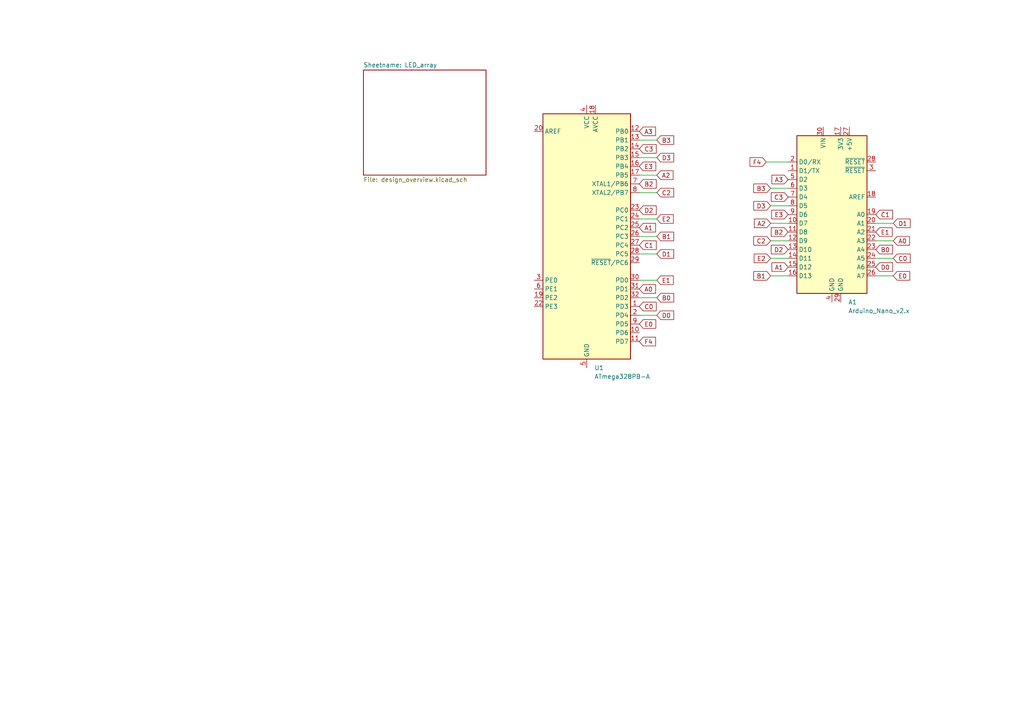
<source format=kicad_sch>
(kicad_sch (version 20230121) (generator eeschema)
  (paper "A4")
  (lib_symbols
    (symbol "MCU_Microchip_ATmega:ATmega328PB-A"
      (property "Reference" "U" (at -12.7 36.83 0))
      (property "Value" "ATmega328PB-A" (at 2.54 -36.83 0))
      (symbol "ATmega328PB-A_0_1"
        (rectangle (start -12.7 -35.56) (end 12.7 35.56) (stroke (width 0.254)) (fill (type background)))
      )
      (symbol "ATmega328PB-A_1_1"
        (pin bidirectional line (at 15.24 -20.32 180) (length 2.54) (name "PD3") (number "1"))
        (pin bidirectional line (at 15.24 -27.94 180) (length 2.54) (name "PD6") (number "10"))
        (pin bidirectional line (at 15.24 -30.48 180) (length 2.54) (name "PD7") (number "11"))
        (pin bidirectional line (at 15.24 30.48 180) (length 2.54) (name "PB0") (number "12"))
        (pin bidirectional line (at 15.24 27.94 180) (length 2.54) (name "PB1") (number "13"))
        (pin bidirectional line (at 15.24 25.4 180) (length 2.54) (name "PB2") (number "14"))
        (pin bidirectional line (at 15.24 22.86 180) (length 2.54) (name "PB3") (number "15"))
        (pin bidirectional line (at 15.24 20.32 180) (length 2.54) (name "PB4") (number "16"))
        (pin bidirectional line (at 15.24 17.78 180) (length 2.54) (name "PB5") (number "17"))
        (pin power_in line (at 2.54 38.1 270) (length 2.54) (name "AVCC") (number "18"))
        (pin bidirectional line (at -15.24 -17.78 0) (length 2.54) (name "PE2") (number "19"))
        (pin bidirectional line (at 15.24 -22.86 180) (length 2.54) (name "PD4") (number "2"))
        (pin passive line (at -15.24 30.48 0) (length 2.54) (name "AREF") (number "20"))
        (pin passive line (at 0 -38.1 90) (length 2.54) hide (name "GND") (number "21"))
        (pin bidirectional line (at -15.24 -20.32 0) (length 2.54) (name "PE3") (number "22"))
        (pin bidirectional line (at 15.24 7.62 180) (length 2.54) (name "PC0") (number "23"))
        (pin bidirectional line (at 15.24 5.08 180) (length 2.54) (name "PC1") (number "24"))
        (pin bidirectional line (at 15.24 2.54 180) (length 2.54) (name "PC2") (number "25"))
        (pin bidirectional line (at 15.24 0 180) (length 2.54) (name "PC3") (number "26"))
        (pin bidirectional line (at 15.24 -2.54 180) (length 2.54) (name "PC4") (number "27"))
        (pin bidirectional line (at 15.24 -5.08 180) (length 2.54) (name "PC5") (number "28"))
        (pin bidirectional line (at 15.24 -7.62 180) (length 2.54) (name "~{RESET}/PC6") (number "29"))
        (pin bidirectional line (at -15.24 -12.7 0) (length 2.54) (name "PE0") (number "3"))
        (pin bidirectional line (at 15.24 -12.7 180) (length 2.54) (name "PD0") (number "30"))
        (pin bidirectional line (at 15.24 -15.24 180) (length 2.54) (name "PD1") (number "31"))
        (pin bidirectional line (at 15.24 -17.78 180) (length 2.54) (name "PD2") (number "32"))
        (pin power_in line (at 0 38.1 270) (length 2.54) (name "VCC") (number "4"))
        (pin power_in line (at 0 -38.1 90) (length 2.54) (name "GND") (number "5"))
        (pin bidirectional line (at -15.24 -15.24 0) (length 2.54) (name "PE1") (number "6"))
        (pin bidirectional line (at 15.24 15.24 180) (length 2.54) (name "XTAL1/PB6") (number "7"))
        (pin bidirectional line (at 15.24 12.7 180) (length 2.54) (name "XTAL2/PB7") (number "8"))
        (pin bidirectional line (at 15.24 -25.4 180) (length 2.54) (name "PD5") (number "9"))
      )
    )
    (symbol "MCU_Module:Arduino_Nano_v2.x"
      (property "Reference" "A" (at -10.16 23.495 0))
      (property "Value" "Arduino_Nano_v2.x" (at 5.08 -24.13 0))
      (symbol "Arduino_Nano_v2.x_0_1"
        (rectangle (start -10.16 22.86) (end 10.16 -22.86) (stroke (width 0.254)) (fill (type background)))
      )
      (symbol "Arduino_Nano_v2.x_1_1"
        (pin bidirectional line (at -12.7 12.7 0) (length 2.54) (name "D1/TX") (number "1"))
        (pin bidirectional line (at -12.7 -2.54 0) (length 2.54) (name "D7") (number "10"))
        (pin bidirectional line (at -12.7 -5.08 0) (length 2.54) (name "D8") (number "11"))
        (pin bidirectional line (at -12.7 -7.62 0) (length 2.54) (name "D9") (number "12"))
        (pin bidirectional line (at -12.7 -10.16 0) (length 2.54) (name "D10") (number "13"))
        (pin bidirectional line (at -12.7 -12.7 0) (length 2.54) (name "D11") (number "14"))
        (pin bidirectional line (at -12.7 -15.24 0) (length 2.54) (name "D12") (number "15"))
        (pin bidirectional line (at -12.7 -17.78 0) (length 2.54) (name "D13") (number "16"))
        (pin power_out line (at 2.54 25.4 270) (length 2.54) (name "3V3") (number "17"))
        (pin input line (at 12.7 5.08 180) (length 2.54) (name "AREF") (number "18"))
        (pin bidirectional line (at 12.7 0 180) (length 2.54) (name "A0") (number "19"))
        (pin bidirectional line (at -12.7 15.24 0) (length 2.54) (name "D0/RX") (number "2"))
        (pin bidirectional line (at 12.7 -2.54 180) (length 2.54) (name "A1") (number "20"))
        (pin bidirectional line (at 12.7 -5.08 180) (length 2.54) (name "A2") (number "21"))
        (pin bidirectional line (at 12.7 -7.62 180) (length 2.54) (name "A3") (number "22"))
        (pin bidirectional line (at 12.7 -10.16 180) (length 2.54) (name "A4") (number "23"))
        (pin bidirectional line (at 12.7 -12.7 180) (length 2.54) (name "A5") (number "24"))
        (pin bidirectional line (at 12.7 -15.24 180) (length 2.54) (name "A6") (number "25"))
        (pin bidirectional line (at 12.7 -17.78 180) (length 2.54) (name "A7") (number "26"))
        (pin power_out line (at 5.08 25.4 270) (length 2.54) (name "+5V") (number "27"))
        (pin input line (at 12.7 15.24 180) (length 2.54) (name "~{RESET}") (number "28"))
        (pin power_in line (at 2.54 -25.4 90) (length 2.54) (name "GND") (number "29"))
        (pin input line (at 12.7 12.7 180) (length 2.54) (name "~{RESET}") (number "3"))
        (pin power_in line (at -2.54 25.4 270) (length 2.54) (name "VIN") (number "30"))
        (pin power_in line (at 0 -25.4 90) (length 2.54) (name "GND") (number "4"))
        (pin bidirectional line (at -12.7 10.16 0) (length 2.54) (name "D2") (number "5"))
        (pin bidirectional line (at -12.7 7.62 0) (length 2.54) (name "D3") (number "6"))
        (pin bidirectional line (at -12.7 5.08 0) (length 2.54) (name "D4") (number "7"))
        (pin bidirectional line (at -12.7 2.54 0) (length 2.54) (name "D5") (number "8"))
        (pin bidirectional line (at -12.7 0 0) (length 2.54) (name "D6") (number "9"))
      )
    )
  )
  (wire (pts (xy 259.08 74.93) (xy 254 74.93)))
  (wire (pts (xy 190.5 55.88) (xy 185.42 55.88)))
  (wire (pts (xy 185.42 91.44) (xy 190.5 91.44)))
  (wire (pts (xy 190.5 81.28) (xy 185.42 81.28)))
  (wire (pts (xy 190.5 50.8) (xy 185.42 50.8)))
  (wire (pts (xy 259.08 80.01) (xy 254 80.01)))
  (wire (pts (xy 185.42 86.36) (xy 190.5 86.36)))
  (wire (pts (xy 223.52 59.69) (xy 228.6 59.69)))
  (wire (pts (xy 223.52 69.85) (xy 228.6 69.85)))
  (wire (pts (xy 222.25 46.99) (xy 228.6 46.99)))
  (wire (pts (xy 190.5 73.66) (xy 185.42 73.66)))
  (wire (pts (xy 259.08 69.85) (xy 254 69.85)))
  (wire (pts (xy 223.52 80.01) (xy 228.6 80.01)))
  (wire (pts (xy 190.5 45.72) (xy 185.42 45.72)))
  (wire (pts (xy 223.52 64.77) (xy 228.6 64.77)))
  (wire (pts (xy 223.52 54.61) (xy 228.6 54.61)))
  (wire (pts (xy 190.5 68.58) (xy 185.42 68.58)))
  (wire (pts (xy 190.5 40.64) (xy 185.42 40.64)))
  (wire (pts (xy 190.5 63.5) (xy 185.42 63.5)))
  (wire (pts (xy 259.08 64.77) (xy 254 64.77)))
  (wire (pts (xy 223.52 74.93) (xy 228.6 74.93)))
  (global_label "D1" (shape input) (at 190.5 73.66 0) (property "Intersheetrefs" "${INTERSHEET_REFS}" (effects hide)))
  (global_label "A3" (shape input) (at 185.42 38.1 0) (property "Intersheetrefs" "${INTERSHEET_REFS}" (effects hide)))
  (global_label "B0" (shape input) (at 190.5 86.36 0) (property "Intersheetrefs" "${INTERSHEET_REFS}" (effects hide)))
  (global_label "E2" (shape input) (at 190.5 63.5 0) (property "Intersheetrefs" "${INTERSHEET_REFS}" (effects hide)))
  (global_label "C1" (shape input) (at 185.42 71.12 0) (property "Intersheetrefs" "${INTERSHEET_REFS}" (effects hide)))
  (global_label "E3" (shape input) (at 228.6 62.23 180) (property "Intersheetrefs" "${INTERSHEET_REFS}" (effects hide)))
  (global_label "C2" (shape input) (at 223.52 69.85 180) (property "Intersheetrefs" "${INTERSHEET_REFS}" (effects hide)))
  (global_label "A2" (shape input) (at 190.5 50.8 0) (property "Intersheetrefs" "${INTERSHEET_REFS}" (effects hide)))
  (global_label "D2" (shape input) (at 185.42 60.96 0) (property "Intersheetrefs" "${INTERSHEET_REFS}" (effects hide)))
  (global_label "A0" (shape input) (at 259.08 69.85 0) (property "Intersheetrefs" "${INTERSHEET_REFS}" (effects hide)))
  (global_label "C0" (shape input) (at 185.42 88.9 0) (property "Intersheetrefs" "${INTERSHEET_REFS}" (effects hide)))
  (global_label "A0" (shape input) (at 185.42 83.82 0) (property "Intersheetrefs" "${INTERSHEET_REFS}" (effects hide)))
  (global_label "A1" (shape input) (at 228.6 77.47 180) (property "Intersheetrefs" "${INTERSHEET_REFS}" (effects hide)))
  (global_label "B1" (shape input) (at 190.5 68.58 0) (property "Intersheetrefs" "${INTERSHEET_REFS}" (effects hide)))
  (global_label "A1" (shape input) (at 185.42 66.04 0) (property "Intersheetrefs" "${INTERSHEET_REFS}" (effects hide)))
  (global_label "B2" (shape input) (at 185.42 53.34 0) (property "Intersheetrefs" "${INTERSHEET_REFS}" (effects hide)))
  (global_label "D3" (shape input) (at 223.52 59.69 180) (property "Intersheetrefs" "${INTERSHEET_REFS}" (effects hide)))
  (global_label "E0" (shape input) (at 259.08 80.01 0) (property "Intersheetrefs" "${INTERSHEET_REFS}" (effects hide)))
  (global_label "C3" (shape input) (at 185.42 43.18 0) (property "Intersheetrefs" "${INTERSHEET_REFS}" (effects hide)))
  (global_label "E2" (shape input) (at 223.52 74.93 180) (property "Intersheetrefs" "${INTERSHEET_REFS}" (effects hide)))
  (global_label "E0" (shape input) (at 185.42 93.98 0) (property "Intersheetrefs" "${INTERSHEET_REFS}" (effects hide)))
  (global_label "C2" (shape input) (at 190.5 55.88 0) (property "Intersheetrefs" "${INTERSHEET_REFS}" (effects hide)))
  (global_label "B0" (shape input) (at 254 72.39 0) (property "Intersheetrefs" "${INTERSHEET_REFS}" (effects hide)))
  (global_label "B3" (shape input) (at 223.52 54.61 180) (property "Intersheetrefs" "${INTERSHEET_REFS}" (effects hide)))
  (global_label "F4" (shape input) (at 222.25 46.99 180) (property "Intersheetrefs" "${INTERSHEET_REFS}" (effects hide)))
  (global_label "C1" (shape input) (at 254 62.23 0) (property "Intersheetrefs" "${INTERSHEET_REFS}" (effects hide)))
  (global_label "C3" (shape input) (at 228.6 57.15 180) (property "Intersheetrefs" "${INTERSHEET_REFS}" (effects hide)))
  (global_label "D1" (shape input) (at 259.08 64.77 0) (property "Intersheetrefs" "${INTERSHEET_REFS}" (effects hide)))
  (global_label "E1" (shape input) (at 190.5 81.28 0) (property "Intersheetrefs" "${INTERSHEET_REFS}" (effects hide)))
  (global_label "B1" (shape input) (at 223.52 80.01 180) (property "Intersheetrefs" "${INTERSHEET_REFS}" (effects hide)))
  (global_label "A2" (shape input) (at 223.52 64.77 180) (property "Intersheetrefs" "${INTERSHEET_REFS}" (effects hide)))
  (global_label "E1" (shape input) (at 254 67.31 0) (property "Intersheetrefs" "${INTERSHEET_REFS}" (effects hide)))
  (global_label "D2" (shape input) (at 228.6 72.39 180) (property "Intersheetrefs" "${INTERSHEET_REFS}" (effects hide)))
  (global_label "C0" (shape input) (at 259.08 74.93 0) (property "Intersheetrefs" "${INTERSHEET_REFS}" (effects hide)))
  (global_label "D0" (shape input) (at 254 77.47 0) (property "Intersheetrefs" "${INTERSHEET_REFS}" (effects hide)))
  (global_label "D3" (shape input) (at 190.5 45.72 0) (property "Intersheetrefs" "${INTERSHEET_REFS}" (effects hide)))
  (global_label "B3" (shape input) (at 190.5 40.64 0) (property "Intersheetrefs" "${INTERSHEET_REFS}" (effects hide)))
  (global_label "D0" (shape input) (at 190.5 91.44 0) (property "Intersheetrefs" "${INTERSHEET_REFS}" (effects hide)))
  (global_label "B2" (shape input) (at 228.6 67.31 180) (property "Intersheetrefs" "${INTERSHEET_REFS}" (effects hide)))
  (global_label "F4" (shape input) (at 185.42 99.06 0) (property "Intersheetrefs" "${INTERSHEET_REFS}" (effects hide)))
  (global_label "A3" (shape input) (at 228.6 52.07 180) (property "Intersheetrefs" "${INTERSHEET_REFS}" (effects hide)))
  (global_label "E3" (shape input) (at 185.42 48.26 0) (property "Intersheetrefs" "${INTERSHEET_REFS}" (effects hide)))
  (symbol (lib_id "MCU_Module:Arduino_Nano_v2.x") (at 241.3 62.23 0) (unit 1)
    (property "Reference" "A1" (at 246.0341 87.63 0) (effects (justify left)))
    (property "Value" "Arduino_Nano_v2.x" (at 246.0341 90.17 0) (effects (justify left)))
    (property "Footprint" "Module:Arduino_Nano" (effects hide))
    (property "Datasheet" "https://www.arduino.cc/en/uploads/Main/ArduinoNanoManual23.pdf" (effects hide))
  )
  (symbol (lib_id "MCU_Microchip_ATmega:ATmega328PB-A") (at 170.18 68.58 0) (unit 1)
    (property "Reference" "U1" (at 172.3741 106.68 0) (effects (justify left)))
    (property "Value" "ATmega328PB-A" (at 172.3741 109.22 0) (effects (justify left)))
    (property "Footprint" "Package_QFP:TQFP-32_7x7mm_P0.8mm" (effects hide))
    (property "Datasheet" "http://ww1.microchip.com/downloads/en/DeviceDoc/40001906C.pdf" (effects hide))
  )
  (sheet (at 105.41 20.32) (size 35.56 30.48) (stroke (width 0.1524))
    (property "Sheetname" "LED_array" (at 105.41 19.6084 0) (show_name) (effects (justify left bottom)))
    (property "Sheetfile" "design_overview.kicad_sch" (at 105.41 51.3846 0) (effects (justify left top)))
  )
)
</source>
